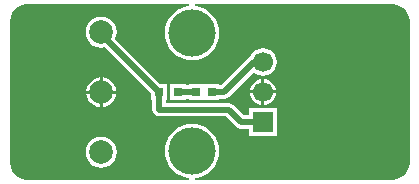
<source format=gtl>
G04 Layer_Physical_Order=1*
G04 Layer_Color=255*
%FSLAX44Y44*%
%MOMM*%
G71*
G01*
G75*
%ADD10R,0.6500X0.8000*%
%ADD11R,0.8000X0.8000*%
%ADD12C,0.5000*%
%ADD13R,1.7000X1.7000*%
%ADD14C,1.7000*%
%ADD15C,2.0000*%
%ADD16C,4.0000*%
G36*
X333687Y153759D02*
X337122Y152336D01*
X340073Y150073D01*
X342337Y147122D01*
X343759Y143687D01*
X344202Y140325D01*
X344137Y140000D01*
Y20000D01*
X344202Y19675D01*
X343759Y16313D01*
X342337Y12878D01*
X340073Y9927D01*
X337122Y7664D01*
X333687Y6241D01*
X330325Y5798D01*
X330000Y5863D01*
X162539D01*
X162476Y7133D01*
X164509Y7333D01*
X168844Y8648D01*
X172840Y10784D01*
X176342Y13658D01*
X179216Y17160D01*
X181352Y21156D01*
X182667Y25491D01*
X183111Y30000D01*
X182667Y34509D01*
X181352Y38844D01*
X179216Y42840D01*
X176342Y46342D01*
X172840Y49216D01*
X168844Y51352D01*
X164509Y52667D01*
X160000Y53111D01*
X155491Y52667D01*
X151156Y51352D01*
X147160Y49216D01*
X143658Y46342D01*
X140784Y42840D01*
X138648Y38844D01*
X137333Y34509D01*
X136889Y30000D01*
X137333Y25491D01*
X138648Y21156D01*
X140784Y17160D01*
X143658Y13658D01*
X147160Y10784D01*
X151156Y8648D01*
X155491Y7333D01*
X157524Y7133D01*
X157461Y5863D01*
X20000D01*
X19675Y5798D01*
X16313Y6241D01*
X12878Y7664D01*
X9927Y9927D01*
X7664Y12878D01*
X6241Y16313D01*
X5798Y19675D01*
X5863Y20000D01*
Y140000D01*
X5798Y140325D01*
X6241Y143687D01*
X7664Y147122D01*
X9927Y150073D01*
X12878Y152336D01*
X16313Y153759D01*
X19675Y154202D01*
X20000Y154137D01*
X157462D01*
X157524Y152867D01*
X155491Y152667D01*
X151156Y151352D01*
X147160Y149216D01*
X143658Y146342D01*
X140784Y142840D01*
X138648Y138844D01*
X137333Y134509D01*
X136889Y130000D01*
X137333Y125491D01*
X138648Y121156D01*
X140784Y117160D01*
X143658Y113658D01*
X147160Y110784D01*
X151156Y108648D01*
X155491Y107333D01*
X160000Y106889D01*
X164509Y107333D01*
X168844Y108648D01*
X172840Y110784D01*
X176342Y113658D01*
X179216Y117160D01*
X181352Y121156D01*
X182667Y125491D01*
X183111Y130000D01*
X182667Y134509D01*
X181352Y138844D01*
X179216Y142840D01*
X176342Y146342D01*
X172840Y149216D01*
X168844Y151352D01*
X164509Y152667D01*
X162476Y152867D01*
X162539Y154137D01*
X330000D01*
X330325Y154202D01*
X333687Y153759D01*
D02*
G37*
%LPC*%
G36*
X95481Y78530D02*
X84270D01*
Y67319D01*
X86274Y67583D01*
X89324Y68846D01*
X91944Y70856D01*
X93954Y73476D01*
X95217Y76526D01*
X95481Y78530D01*
D02*
G37*
G36*
X218730Y78730D02*
X209032D01*
X209244Y77118D01*
X210357Y74432D01*
X212126Y72126D01*
X214432Y70357D01*
X217118Y69244D01*
X218730Y69032D01*
Y78730D01*
D02*
G37*
G36*
X81730Y78530D02*
X70519D01*
X70783Y76526D01*
X72046Y73476D01*
X74056Y70856D01*
X76676Y68846D01*
X79726Y67583D01*
X81730Y67319D01*
Y78530D01*
D02*
G37*
G36*
X83000Y42112D02*
X79606Y41665D01*
X76444Y40356D01*
X73728Y38272D01*
X71645Y35556D01*
X70335Y32394D01*
X69888Y29000D01*
X70335Y25606D01*
X71645Y22444D01*
X73728Y19728D01*
X76444Y17644D01*
X79606Y16335D01*
X83000Y15888D01*
X86394Y16335D01*
X89556Y17644D01*
X92272Y19728D01*
X94355Y22444D01*
X95665Y25606D01*
X96112Y29000D01*
X95665Y32394D01*
X94355Y35556D01*
X92272Y38272D01*
X89556Y40356D01*
X86394Y41665D01*
X83000Y42112D01*
D02*
G37*
G36*
Y143712D02*
X79606Y143265D01*
X76444Y141955D01*
X73728Y139872D01*
X71645Y137156D01*
X70335Y133994D01*
X69888Y130600D01*
X70335Y127206D01*
X71645Y124044D01*
X73728Y121328D01*
X76444Y119244D01*
X79606Y117935D01*
X83000Y117488D01*
X86165Y117905D01*
X125000Y79069D01*
Y73000D01*
X126392D01*
Y65000D01*
X126819Y62854D01*
X128035Y61035D01*
X129854Y59819D01*
X132000Y59392D01*
X188677D01*
X197435Y50635D01*
X199254Y49419D01*
X201400Y48992D01*
X208500D01*
Y43100D01*
X231500D01*
Y66100D01*
X208500D01*
Y60208D01*
X203723D01*
X194965Y68965D01*
X193146Y70181D01*
X191000Y70608D01*
X137608D01*
Y73000D01*
X139000D01*
Y87000D01*
X132931D01*
X94804Y125127D01*
X95665Y127206D01*
X96112Y130600D01*
X95665Y133994D01*
X94355Y137156D01*
X92272Y139872D01*
X89556Y141955D01*
X86394Y143265D01*
X83000Y143712D01*
D02*
G37*
G36*
X230968Y78730D02*
X221270D01*
Y69032D01*
X222882Y69244D01*
X225568Y70357D01*
X227874Y72126D01*
X229643Y74432D01*
X230756Y77118D01*
X230968Y78730D01*
D02*
G37*
G36*
X221270Y90968D02*
Y81270D01*
X230968D01*
X230756Y82882D01*
X229643Y85568D01*
X227874Y87874D01*
X225568Y89643D01*
X222882Y90756D01*
X221270Y90968D01*
D02*
G37*
G36*
X220000Y116999D02*
X216998Y116604D01*
X214200Y115445D01*
X211798Y113602D01*
X209955Y111200D01*
X209486Y110068D01*
X208435Y109365D01*
X184677Y85608D01*
X183000D01*
Y87000D01*
X170770D01*
X170500Y87000D01*
X169500D01*
X169230Y87000D01*
X157000D01*
Y85608D01*
X155000D01*
Y87000D01*
X141000D01*
Y73000D01*
X155000D01*
Y74392D01*
X157000D01*
Y73000D01*
X169230D01*
X169500Y73000D01*
X170500D01*
X170770Y73000D01*
X183000D01*
Y74392D01*
X187000D01*
X189146Y74819D01*
X190965Y76035D01*
X211985Y97055D01*
X214200Y95355D01*
X216998Y94196D01*
X220000Y93801D01*
X223002Y94196D01*
X225800Y95355D01*
X228202Y97198D01*
X230045Y99600D01*
X231204Y102398D01*
X231599Y105400D01*
X231204Y108402D01*
X230045Y111200D01*
X228202Y113602D01*
X225800Y115445D01*
X223002Y116604D01*
X220000Y116999D01*
D02*
G37*
G36*
X218730Y90968D02*
X217118Y90756D01*
X214432Y89643D01*
X212126Y87874D01*
X210357Y85568D01*
X209244Y82882D01*
X209032Y81270D01*
X218730D01*
Y90968D01*
D02*
G37*
G36*
X81730Y92281D02*
X79726Y92017D01*
X76676Y90754D01*
X74056Y88744D01*
X72046Y86124D01*
X70783Y83074D01*
X70519Y81070D01*
X81730D01*
Y92281D01*
D02*
G37*
G36*
X84270D02*
Y81070D01*
X95481D01*
X95217Y83074D01*
X93954Y86124D01*
X91944Y88744D01*
X89324Y90754D01*
X86274Y92017D01*
X84270Y92281D01*
D02*
G37*
%LPD*%
D10*
X176750Y80000D02*
D03*
X163250D02*
D03*
D11*
X148000D02*
D03*
X132000D02*
D03*
D12*
X83000Y129000D02*
Y130600D01*
Y129000D02*
X132000Y80000D01*
X212400Y105400D02*
X220000D01*
X187000Y80000D02*
X212400Y105400D01*
X176750Y80000D02*
X187000D01*
X201400Y54600D02*
X220000D01*
X191000Y65000D02*
X201400Y54600D01*
X132000Y65000D02*
X191000D01*
X132000D02*
Y80000D01*
X148000D02*
X163250D01*
D13*
X220000Y54600D02*
D03*
D14*
Y80000D02*
D03*
Y105400D02*
D03*
D15*
X83000Y29000D02*
D03*
Y79800D02*
D03*
Y130600D02*
D03*
D16*
X160000Y30000D02*
D03*
Y130000D02*
D03*
M02*

</source>
